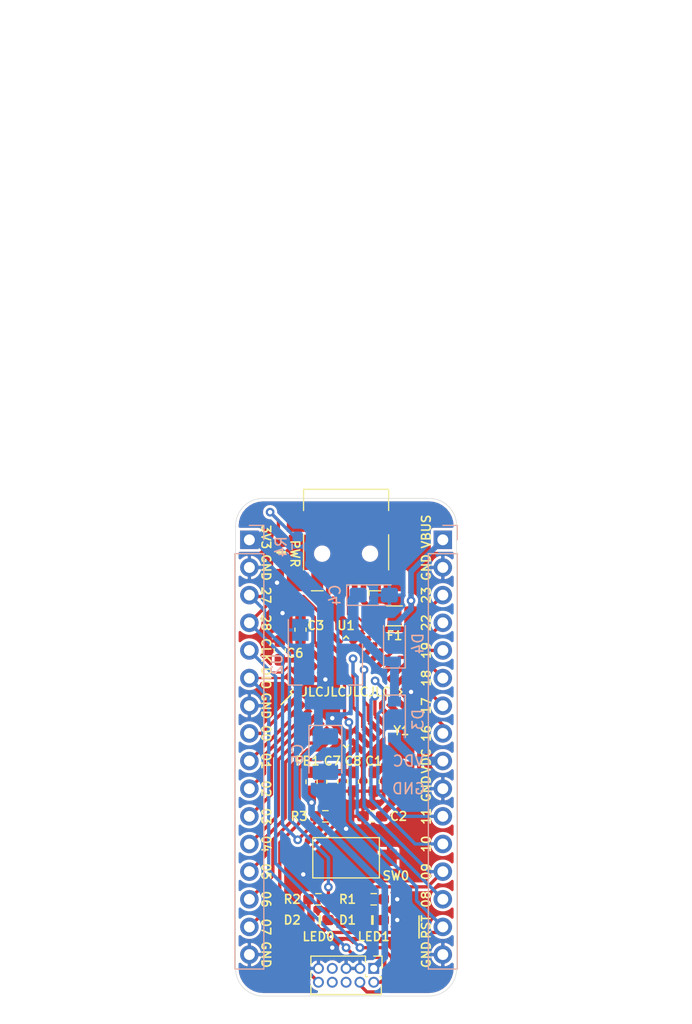
<source format=kicad_pcb>
(kicad_pcb (version 20171130) (host pcbnew "(5.1.9)-1")
  (layers (0 F.Cu signal) (31 B.Cu signal) (34 B.Paste user) (35 F.Paste user) (36 B.SilkS user) (37 F.SilkS user) (38 B.Mask user) (39 F.Mask user) (44 Edge.Cuts user))
  (net 0 "")
  (net 1 "Net-(J1-Pad6)")
  (net 2 "Net-(J1-Pad4)")
  (net 3 "Net-(J2-Pad8)")
  (net 4 "Net-(J2-Pad7)")
  (net 5 "Net-(J2-Pad6)")
  (net 6 GND)
  (net 7 "Net-(C3-Pad1)")
  (net 8 SWDIO)
  (net 9 SWCLK)
  (net 10 ~RESET)
  (net 11 +3V3)
  (net 12 +3.3VA)
  (net 13 "Net-(D1-Pad2)")
  (net 14 /PA28)
  (net 15 /PA27)
  (net 16 USB_D+)
  (net 17 USB_D-)
  (net 18 /PA23)
  (net 19 /PA22)
  (net 20 /PA19)
  (net 21 /PA18)
  (net 22 /PA17)
  (net 23 /PA16)
  (net 24 VBUS)
  (net 25 "Net-(R3-Pad2)")
  (net 26 /PA11)
  (net 27 /PA10)
  (net 28 /PA09)
  (net 29 /PA08)
  (net 30 /PA07)
  (net 31 /PA06)
  (net 32 /PA05)
  (net 33 /PA04)
  (net 34 /PA03)
  (net 35 /PA02)
  (net 36 /PA01)
  (net 37 /PA00)
  (net 38 VCC)
  (net 39 VDC)
  (net 40 "Net-(F1-Pad2)")
  (net 41 "Net-(C1-Pad1)")
  (net 42 "Net-(C2-Pad1)")
  (net 43 "Net-(D2-Pad2)")
  (net 44 "Net-(D5-Pad2)")
  (module Assorted:Crystal_SMD_Abracon_ABM3-2Pin_5.0x3.2mm (layer F.Cu) (at 195.58 102.489 90)
    (fp_text reference Y1 (at 3.683 0) (layer F.SilkS) (effects (font (size 0.8 0.8))))
    (fp_text value 8MHz)
    (pad 1 smd rect (at -2.05 0 90) (size 1.9 2.4) (layers F.Cu F.Paste F.Mask) (net 42 "Net-(C2-Pad1)"))
    (pad 2 smd rect (at 2.05 0 90) (size 1.9 2.4) (layers F.Cu F.Paste F.Mask) (net 41 "Net-(C1-Pad1)"))
  )
  (module Assorted:LED_0603_1608Metric_Pad1.05x0.95mm_HandSolder (layer F.Cu) (at 184.531 82.296 90)
    (fp_text reference D5 hide)
    (fp_text value LED)
    (pad 1 smd roundrect (at -0.875 0 90) (size 1.05 0.95) (layers F.Cu F.Paste F.Mask) (net 6 GND))
    (pad 2 smd roundrect (at 0.875 0 90) (size 1.05 0.95) (layers F.Cu F.Paste F.Mask) (net 44 "Net-(D5-Pad2)"))
  )
  (module Assorted:LED_0603_1608Metric_Pad1.05x0.95mm_HandSolder (layer F.Cu) (at 187.96 116.205 180)
    (fp_text reference D2 (at 2.413 0) (layer F.SilkS) (effects (font (size 0.8 0.8))))
    (fp_text value LED)
    (pad 1 smd roundrect (at -0.875 0 180) (size 1.05 0.95) (layers F.Cu F.Paste F.Mask) (net 6 GND))
    (pad 2 smd roundrect (at 0.875 0 180) (size 1.05 0.95) (layers F.Cu F.Paste F.Mask) (net 43 "Net-(D2-Pad2)"))
  )
  (module Assorted:LED_0603_1608Metric_Pad1.05x0.95mm_HandSolder (layer F.Cu) (at 193.04 116.205)
    (fp_text reference D1 (at -2.413 0) (layer F.SilkS) (effects (font (size 0.8 0.8))))
    (fp_text value LED)
    (pad 1 smd roundrect (at -0.875 0) (size 1.05 0.95) (layers F.Cu F.Paste F.Mask) (net 6 GND))
    (pad 2 smd roundrect (at 0.875 0) (size 1.05 0.95) (layers F.Cu F.Paste F.Mask) (net 13 "Net-(D1-Pad2)"))
  )
  (module Resistor_SMD:R_0603_1608Metric_Pad0.98x0.95mm_HandSolder (layer B.Cu) (at 186.055 81.915 90)
    (fp_text reference R4 (at 0 -1.524 90) (layer B.SilkS) (effects (justify mirror)))
    (fp_text value 1k5)
    (pad 2 smd roundrect (at 0.9125 0 90) (size 0.975 0.95) (layers B.Cu B.Paste B.Mask) (net 44 "Net-(D5-Pad2)"))
    (pad 1 smd roundrect (at -0.9125 0 90) (size 0.975 0.95) (layers B.Cu B.Paste B.Mask) (net 11 +3V3))
  )
  (module Capacitor_Tantalum_SMD:CP_EIA-3528-21_Kemet-B_Pad1.50x2.35mm_HandSolder (layer B.Cu) (at 188.595 100.965 270)
    (fp_text reference C5 (at 0 2.54 90) (layer B.SilkS) (effects (justify mirror)))
    (fp_text value "47u 10V")
    (pad 2 smd roundrect (at 1.625 0 270) (size 1.5 2.35) (layers B.Cu B.Paste B.Mask) (roundrect_rratio 0.166667) (net 6 GND))
    (pad 1 smd roundrect (at -1.625 0 270) (size 1.5 2.35) (layers B.Cu B.Paste B.Mask) (roundrect_rratio 0.166667) (net 11 +3V3))
  )
  (module Resistor_SMD:R_0603_1608Metric_Pad0.98x0.95mm_HandSolder (layer F.Cu) (at 193.04 114.3)
    (fp_text reference R1 (at -2.413 0) (layer F.SilkS) (effects (font (size 0.8 0.8))))
    (fp_text value 1k5)
    (pad 2 smd roundrect (at 0.9125 0) (size 0.975 0.95) (layers F.Cu F.Paste F.Mask) (net 13 "Net-(D1-Pad2)"))
    (pad 1 smd roundrect (at -0.9125 0) (size 0.975 0.95) (layers F.Cu F.Paste F.Mask) (net 28 /PA09))
  )
  (module Resistor_SMD:R_1206_3216Metric_Pad1.30x1.75mm_HandSolder (layer F.Cu) (at 194.945 88.265 180)
    (fp_text reference F1 (at 0 -1.82) (layer F.SilkS) (effects (font (size 0.8 0.8))))
    (fp_text value Polyfuse)
    (pad 2 smd roundrect (at 1.55 0 180) (size 1.3 1.75) (layers F.Cu F.Paste F.Mask) (roundrect_rratio 0.192308) (net 40 "Net-(F1-Pad2)"))
    (pad 1 smd roundrect (at -1.55 0 180) (size 1.3 1.75) (layers F.Cu F.Paste F.Mask) (roundrect_rratio 0.192308) (net 24 VBUS))
  )
  (module Inductor_SMD:L_0603_1608Metric_Pad1.05x0.95mm_HandSolder (layer F.Cu) (at 187.325 103.505 270)
    (fp_text reference FB1 (at -1.905 0.381 180) (layer F.SilkS) (effects (font (size 0.8 0.8))))
    (fp_text value 470R@100MHz)
    (pad 2 smd roundrect (at 0.875 0 270) (size 1.05 0.95) (layers F.Cu F.Paste F.Mask) (net 11 +3V3))
    (pad 1 smd roundrect (at -0.875 0 270) (size 1.05 0.95) (layers F.Cu F.Paste F.Mask) (net 12 +3.3VA))
  )
  (module Resistor_SMD:R_0603_1608Metric_Pad0.98x0.95mm_HandSolder (layer F.Cu) (at 188.595 106.68)
    (fp_text reference R3 (at -2.413 0) (layer F.SilkS) (effects (font (size 0.8 0.8))))
    (fp_text value 1k5)
    (pad 2 smd roundrect (at 0.9125 0) (size 0.975 0.95) (layers F.Cu F.Paste F.Mask) (net 25 "Net-(R3-Pad2)"))
    (pad 1 smd roundrect (at -0.9125 0) (size 0.975 0.95) (layers F.Cu F.Paste F.Mask) (net 14 /PA28))
  )
  (module Connector_PinHeader_2.54mm:PinHeader_1x16_P2.54mm_Vertical (layer B.Cu) (at 199.39 81.28 180)
    (fp_text reference J4 hide)
    (fp_text value Conn_01x16_Male)
    (pad 16 thru_hole oval (at 0 -38.1 180) (size 1.7 1.7) (drill 1) (layers *.Cu *.Mask) (net 6 GND))
    (pad 15 thru_hole oval (at 0 -35.56 180) (size 1.7 1.7) (drill 1) (layers *.Cu *.Mask) (net 10 ~RESET))
    (pad 14 thru_hole oval (at 0 -33.02 180) (size 1.7 1.7) (drill 1) (layers *.Cu *.Mask) (net 29 /PA08))
    (pad 13 thru_hole oval (at 0 -30.48 180) (size 1.7 1.7) (drill 1) (layers *.Cu *.Mask) (net 28 /PA09))
    (pad 12 thru_hole oval (at 0 -27.94 180) (size 1.7 1.7) (drill 1) (layers *.Cu *.Mask) (net 27 /PA10))
    (pad 11 thru_hole oval (at 0 -25.4 180) (size 1.7 1.7) (drill 1) (layers *.Cu *.Mask) (net 26 /PA11))
    (pad 10 thru_hole oval (at 0 -22.86 180) (size 1.7 1.7) (drill 1) (layers *.Cu *.Mask) (net 6 GND))
    (pad 9 thru_hole oval (at 0 -20.32 180) (size 1.7 1.7) (drill 1) (layers *.Cu *.Mask) (net 39 VDC))
    (pad 8 thru_hole oval (at 0 -17.78 180) (size 1.7 1.7) (drill 1) (layers *.Cu *.Mask) (net 23 /PA16))
    (pad 7 thru_hole oval (at 0 -15.24 180) (size 1.7 1.7) (drill 1) (layers *.Cu *.Mask) (net 22 /PA17))
    (pad 6 thru_hole oval (at 0 -12.7 180) (size 1.7 1.7) (drill 1) (layers *.Cu *.Mask) (net 21 /PA18))
    (pad 5 thru_hole oval (at 0 -10.16 180) (size 1.7 1.7) (drill 1) (layers *.Cu *.Mask) (net 20 /PA19))
    (pad 4 thru_hole oval (at 0 -7.62 180) (size 1.7 1.7) (drill 1) (layers *.Cu *.Mask) (net 19 /PA22))
    (pad 3 thru_hole oval (at 0 -5.08 180) (size 1.7 1.7) (drill 1) (layers *.Cu *.Mask) (net 18 /PA23))
    (pad 2 thru_hole oval (at 0 -2.54 180) (size 1.7 1.7) (drill 1) (layers *.Cu *.Mask) (net 6 GND))
    (pad 1 thru_hole rect (at 0 0 180) (size 1.7 1.7) (drill 1) (layers *.Cu *.Mask) (net 24 VBUS))
  )
  (module Connector_PinHeader_2.54mm:PinHeader_1x16_P2.54mm_Vertical (layer B.Cu) (at 181.61 81.28 180)
    (fp_text reference J3 hide)
    (fp_text value Conn_01x16_Male)
    (pad 16 thru_hole oval (at 0 -38.1 180) (size 1.7 1.7) (drill 1) (layers *.Cu *.Mask) (net 6 GND))
    (pad 15 thru_hole oval (at 0 -35.56 180) (size 1.7 1.7) (drill 1) (layers *.Cu *.Mask) (net 30 /PA07))
    (pad 14 thru_hole oval (at 0 -33.02 180) (size 1.7 1.7) (drill 1) (layers *.Cu *.Mask) (net 31 /PA06))
    (pad 13 thru_hole oval (at 0 -30.48 180) (size 1.7 1.7) (drill 1) (layers *.Cu *.Mask) (net 32 /PA05))
    (pad 12 thru_hole oval (at 0 -27.94 180) (size 1.7 1.7) (drill 1) (layers *.Cu *.Mask) (net 33 /PA04))
    (pad 11 thru_hole oval (at 0 -25.4 180) (size 1.7 1.7) (drill 1) (layers *.Cu *.Mask) (net 34 /PA03))
    (pad 10 thru_hole oval (at 0 -22.86 180) (size 1.7 1.7) (drill 1) (layers *.Cu *.Mask) (net 35 /PA02))
    (pad 9 thru_hole oval (at 0 -20.32 180) (size 1.7 1.7) (drill 1) (layers *.Cu *.Mask) (net 36 /PA01))
    (pad 8 thru_hole oval (at 0 -17.78 180) (size 1.7 1.7) (drill 1) (layers *.Cu *.Mask) (net 37 /PA00))
    (pad 7 thru_hole oval (at 0 -15.24 180) (size 1.7 1.7) (drill 1) (layers *.Cu *.Mask) (net 6 GND))
    (pad 6 thru_hole oval (at 0 -12.7 180) (size 1.7 1.7) (drill 1) (layers *.Cu *.Mask) (net 8 SWDIO))
    (pad 5 thru_hole oval (at 0 -10.16 180) (size 1.7 1.7) (drill 1) (layers *.Cu *.Mask) (net 9 SWCLK))
    (pad 4 thru_hole oval (at 0 -7.62 180) (size 1.7 1.7) (drill 1) (layers *.Cu *.Mask) (net 14 /PA28))
    (pad 3 thru_hole oval (at 0 -5.08 180) (size 1.7 1.7) (drill 1) (layers *.Cu *.Mask) (net 15 /PA27))
    (pad 2 thru_hole oval (at 0 -2.54 180) (size 1.7 1.7) (drill 1) (layers *.Cu *.Mask) (net 6 GND))
    (pad 1 thru_hole rect (at 0 0 180) (size 1.7 1.7) (drill 1) (layers *.Cu *.Mask) (net 11 +3V3))
  )
  (module Connector_USB:USB_Mini-B_Lumberg_2486_01_Horizontal (layer F.Cu) (at 190.5 82.55 180)
    (fp_text reference J1 hide)
    (fp_text value USB_B_Mini)
    (pad "" np_thru_hole circle (at 2.2 0 180) (size 1 1) (drill 1) (layers *.Cu *.Mask))
    (pad "" np_thru_hole circle (at -2.2 0 180) (size 1 1) (drill 1) (layers *.Cu *.Mask))
    (pad 6 smd rect (at 4.45 2.85 180) (size 2 1.7) (layers F.Cu F.Paste F.Mask) (net 1 "Net-(J1-Pad6)"))
    (pad 6 smd rect (at 4.45 -2.6 180) (size 2 1.7) (layers F.Cu F.Paste F.Mask) (net 1 "Net-(J1-Pad6)"))
    (pad 6 smd rect (at -4.45 2.85 180) (size 2 1.7) (layers F.Cu F.Paste F.Mask) (net 1 "Net-(J1-Pad6)"))
    (pad 6 smd rect (at -4.45 -2.6 180) (size 2 1.7) (layers F.Cu F.Paste F.Mask) (net 1 "Net-(J1-Pad6)"))
    (pad 5 smd rect (at 1.6 -2.7 180) (size 0.5 2) (layers F.Cu F.Paste F.Mask) (net 6 GND))
    (pad 4 smd rect (at 0.8 -2.7 180) (size 0.5 2) (layers F.Cu F.Paste F.Mask) (net 2 "Net-(J1-Pad4)"))
    (pad 3 smd rect (at 0 -2.7 180) (size 0.5 2) (layers F.Cu F.Paste F.Mask) (net 16 USB_D+))
    (pad 2 smd rect (at -0.8 -2.7 180) (size 0.5 2) (layers F.Cu F.Paste F.Mask) (net 17 USB_D-))
    (pad 1 smd rect (at -1.6 -2.7 180) (size 0.5 2) (layers F.Cu F.Paste F.Mask) (net 40 "Net-(F1-Pad2)"))
  )
  (module Package_QFP:TQFP-32_7x7mm_P0.8mm (layer F.Cu) (at 190.5 95.25 45)
    (fp_text reference U1 (at 4.310523 -4.310523) (layer F.SilkS) (effects (font (size 0.8 0.8))))
    (fp_text value ATSAMD21E17D-A)
    (pad 32 smd rect (at -2.8 -4.25 135) (size 1.6 0.55) (layers F.Cu F.Paste F.Mask) (net 8 SWDIO))
    (pad 31 smd rect (at -2 -4.25 135) (size 1.6 0.55) (layers F.Cu F.Paste F.Mask) (net 9 SWCLK))
    (pad 30 smd rect (at -1.2 -4.25 135) (size 1.6 0.55) (layers F.Cu F.Paste F.Mask) (net 11 +3V3))
    (pad 29 smd rect (at -0.4 -4.25 135) (size 1.6 0.55) (layers F.Cu F.Paste F.Mask) (net 7 "Net-(C3-Pad1)"))
    (pad 28 smd rect (at 0.4 -4.25 135) (size 1.6 0.55) (layers F.Cu F.Paste F.Mask) (net 6 GND))
    (pad 27 smd rect (at 1.2 -4.25 135) (size 1.6 0.55) (layers F.Cu F.Paste F.Mask) (net 14 /PA28))
    (pad 26 smd rect (at 2 -4.25 135) (size 1.6 0.55) (layers F.Cu F.Paste F.Mask) (net 10 ~RESET))
    (pad 25 smd rect (at 2.8 -4.25 135) (size 1.6 0.55) (layers F.Cu F.Paste F.Mask) (net 15 /PA27))
    (pad 24 smd rect (at 4.25 -2.8 45) (size 1.6 0.55) (layers F.Cu F.Paste F.Mask) (net 16 USB_D+))
    (pad 23 smd rect (at 4.25 -2 45) (size 1.6 0.55) (layers F.Cu F.Paste F.Mask) (net 17 USB_D-))
    (pad 22 smd rect (at 4.25 -1.2 45) (size 1.6 0.55) (layers F.Cu F.Paste F.Mask) (net 18 /PA23))
    (pad 21 smd rect (at 4.25 -0.4 45) (size 1.6 0.55) (layers F.Cu F.Paste F.Mask) (net 19 /PA22))
    (pad 20 smd rect (at 4.25 0.4 45) (size 1.6 0.55) (layers F.Cu F.Paste F.Mask) (net 20 /PA19))
    (pad 19 smd rect (at 4.25 1.2 45) (size 1.6 0.55) (layers F.Cu F.Paste F.Mask) (net 21 /PA18))
    (pad 18 smd rect (at 4.25 2 45) (size 1.6 0.55) (layers F.Cu F.Paste F.Mask) (net 22 /PA17))
    (pad 17 smd rect (at 4.25 2.8 45) (size 1.6 0.55) (layers F.Cu F.Paste F.Mask) (net 23 /PA16))
    (pad 16 smd rect (at 2.8 4.25 135) (size 1.6 0.55) (layers F.Cu F.Paste F.Mask) (net 42 "Net-(C2-Pad1)"))
    (pad 15 smd rect (at 2 4.25 135) (size 1.6 0.55) (layers F.Cu F.Paste F.Mask) (net 41 "Net-(C1-Pad1)"))
    (pad 14 smd rect (at 1.2 4.25 135) (size 1.6 0.55) (layers F.Cu F.Paste F.Mask) (net 26 /PA11))
    (pad 13 smd rect (at 0.4 4.25 135) (size 1.6 0.55) (layers F.Cu F.Paste F.Mask) (net 27 /PA10))
    (pad 12 smd rect (at -0.4 4.25 135) (size 1.6 0.55) (layers F.Cu F.Paste F.Mask) (net 28 /PA09))
    (pad 11 smd rect (at -1.2 4.25 135) (size 1.6 0.55) (layers F.Cu F.Paste F.Mask) (net 29 /PA08))
    (pad 10 smd rect (at -2 4.25 135) (size 1.6 0.55) (layers F.Cu F.Paste F.Mask) (net 6 GND))
    (pad 9 smd rect (at -2.8 4.25 135) (size 1.6 0.55) (layers F.Cu F.Paste F.Mask) (net 12 +3.3VA))
    (pad 8 smd rect (at -4.25 2.8 45) (size 1.6 0.55) (layers F.Cu F.Paste F.Mask) (net 30 /PA07))
    (pad 7 smd rect (at -4.25 2 45) (size 1.6 0.55) (layers F.Cu F.Paste F.Mask) (net 31 /PA06))
    (pad 6 smd rect (at -4.25 1.2 45) (size 1.6 0.55) (layers F.Cu F.Paste F.Mask) (net 32 /PA05))
    (pad 5 smd rect (at -4.25 0.4 45) (size 1.6 0.55) (layers F.Cu F.Paste F.Mask) (net 33 /PA04))
    (pad 4 smd rect (at -4.25 -0.4 45) (size 1.6 0.55) (layers F.Cu F.Paste F.Mask) (net 34 /PA03))
    (pad 3 smd rect (at -4.25 -1.2 45) (size 1.6 0.55) (layers F.Cu F.Paste F.Mask) (net 35 /PA02))
    (pad 2 smd rect (at -4.25 -2 45) (size 1.6 0.55) (layers F.Cu F.Paste F.Mask) (net 36 /PA01))
    (pad 1 smd rect (at -4.25 -2.8 45) (size 1.6 0.55) (layers F.Cu F.Paste F.Mask) (net 37 /PA00))
  )
  (module Button_Switch_SMD:SW_SPST_CK_RS282G05A3 (layer F.Cu) (at 190.5 110.49 180)
    (fp_text reference SW0 (at -4.572 -1.651) (layer F.SilkS) (effects (font (size 0.8 0.8))))
    (fp_text value SW_Push)
    (pad 2 smd rect (at 3.9 0 180) (size 1.5 1.5) (layers F.Cu F.Paste F.Mask) (net 25 "Net-(R3-Pad2)"))
    (pad 1 smd rect (at -3.9 0 180) (size 1.5 1.5) (layers F.Cu F.Paste F.Mask) (net 6 GND))
  )
  (module Capacitor_SMD:C_0603_1608Metric_Pad1.08x0.95mm_HandSolder (layer F.Cu) (at 184.404 91.44 90)
    (fp_text reference C6 (at -0.254 1.397) (layer F.SilkS) (effects (font (size 0.8 0.8))))
    (fp_text value 100n)
    (pad 2 smd roundrect (at 0.8625 0 90) (size 1.075 0.95) (layers F.Cu F.Paste F.Mask) (net 6 GND))
    (pad 1 smd roundrect (at -0.8625 0 90) (size 1.075 0.95) (layers F.Cu F.Paste F.Mask) (net 11 +3V3))
  )
  (module Resistor_SMD:R_0603_1608Metric_Pad0.98x0.95mm_HandSolder (layer F.Cu) (at 187.96 114.3 180)
    (fp_text reference R2 (at 2.413 0) (layer F.SilkS) (effects (font (size 0.8 0.8))))
    (fp_text value 1k5)
    (pad 2 smd roundrect (at 0.9125 0 180) (size 0.975 0.95) (layers F.Cu F.Paste F.Mask) (net 43 "Net-(D2-Pad2)"))
    (pad 1 smd roundrect (at -0.9125 0 180) (size 0.975 0.95) (layers F.Cu F.Paste F.Mask) (net 15 /PA27))
  )
  (module Capacitor_SMD:C_0603_1608Metric_Pad1.08x0.95mm_HandSolder (layer F.Cu) (at 186.309 89.535 90)
    (fp_text reference C3 (at 0.381 1.397) (layer F.SilkS) (effects (font (size 0.8 0.8))))
    (fp_text value 1u)
    (pad 2 smd roundrect (at 0.8625 0 90) (size 1.075 0.95) (layers F.Cu F.Paste F.Mask) (net 6 GND))
    (pad 1 smd roundrect (at -0.8625 0 90) (size 1.075 0.95) (layers F.Cu F.Paste F.Mask) (net 7 "Net-(C3-Pad1)"))
  )
  (module Capacitor_Tantalum_SMD:CP_EIA-3216-18_Kemet-A_Pad1.58x1.35mm_HandSolder (layer B.Cu) (at 193.04 86.36)
    (fp_text reference C4 (at -3.556 0 90) (layer B.SilkS) (effects (justify mirror)))
    (fp_text value "10u 16V")
    (pad 1 smd roundrect (at -1.4375 0) (size 1.575 1.35) (layers B.Cu B.Paste B.Mask) (roundrect_rratio 0.185185) (net 38 VCC))
    (pad 2 smd roundrect (at 1.4375 0) (size 1.575 1.35) (layers B.Cu B.Paste B.Mask) (roundrect_rratio 0.185185) (net 6 GND))
  )
  (module Diode_SMD:D_SOD-123 (layer B.Cu) (at 194.945 90.805 90)
    (fp_text reference D4 (at 0 2.159 90) (layer B.SilkS) (effects (justify mirror)))
    (fp_text value D_Schottky)
    (pad 2 smd rect (at 1.65 0 90) (size 0.9 1.2) (layers B.Cu B.Paste B.Mask) (net 24 VBUS))
    (pad 1 smd rect (at -1.65 0 90) (size 0.9 1.2) (layers B.Cu B.Paste B.Mask) (net 38 VCC))
  )
  (module Diode_SMD:D_SOD-123 (layer B.Cu) (at 194.945 97.79 270)
    (fp_text reference D3 (at 0 -2.159 90) (layer B.SilkS) (effects (justify mirror)))
    (fp_text value D_Schottky)
    (pad 2 smd rect (at 1.65 0 270) (size 0.9 1.2) (layers B.Cu B.Paste B.Mask) (net 39 VDC))
    (pad 1 smd rect (at -1.65 0 270) (size 0.9 1.2) (layers B.Cu B.Paste B.Mask) (net 38 VCC))
  )
  (module Package_TO_SOT_SMD:SOT-223-3_TabPin2 (layer B.Cu) (at 188.595 92.71 270)
    (fp_text reference U2 (at 0 4.445 270) (layer B.SilkS) (effects (justify mirror)))
    (fp_text value AZ1117-3.3)
    (pad 1 smd rect (at -3.15 2.3 270) (size 2 1.5) (layers B.Cu B.Paste B.Mask) (net 6 GND))
    (pad 3 smd rect (at -3.15 -2.3 270) (size 2 1.5) (layers B.Cu B.Paste B.Mask) (net 38 VCC))
    (pad 2 smd rect (at -3.15 0 270) (size 2 1.5) (layers B.Cu B.Paste B.Mask) (net 11 +3V3))
    (pad 2 smd rect (at 3.15 0 270) (size 2 3.8) (layers B.Cu B.Paste B.Mask) (net 11 +3V3))
  )
  (module Capacitor_SMD:C_0603_1608Metric_Pad1.08x0.95mm_HandSolder (layer F.Cu) (at 191.135 103.505 270)
    (fp_text reference C8 (at -1.905 0) (layer F.SilkS) (effects (font (size 0.8 0.8))))
    (fp_text value 1u)
    (pad 2 smd roundrect (at 0.8625 0 270) (size 1.075 0.95) (layers F.Cu F.Paste F.Mask) (net 6 GND))
    (pad 1 smd roundrect (at -0.8625 0 270) (size 1.075 0.95) (layers F.Cu F.Paste F.Mask) (net 12 +3.3VA))
  )
  (module Capacitor_SMD:C_0603_1608Metric_Pad1.08x0.95mm_HandSolder (layer F.Cu) (at 192.913 106.68 180)
    (fp_text reference C2 (at -2.413 0) (layer F.SilkS) (effects (font (size 0.8 0.8))))
    (fp_text value 22p)
    (pad 2 smd roundrect (at 0.8625 0 180) (size 1.075 0.95) (layers F.Cu F.Paste F.Mask) (net 6 GND))
    (pad 1 smd roundrect (at -0.8625 0 180) (size 1.075 0.95) (layers F.Cu F.Paste F.Mask) (net 42 "Net-(C2-Pad1)"))
  )
  (module Capacitor_SMD:C_0603_1608Metric_Pad1.08x0.95mm_HandSolder (layer F.Cu) (at 189.23 103.505 270)
    (fp_text reference C7 (at -1.905 0 180) (layer F.SilkS) (effects (font (size 0.8 0.8))))
    (fp_text value 100n)
    (pad 2 smd roundrect (at 0.8625 0 270) (size 1.075 0.95) (layers F.Cu F.Paste F.Mask) (net 6 GND))
    (pad 1 smd roundrect (at -0.8625 0 270) (size 1.075 0.95) (layers F.Cu F.Paste F.Mask) (net 12 +3.3VA))
  )
  (module Capacitor_SMD:C_0603_1608Metric_Pad1.08x0.95mm_HandSolder (layer F.Cu) (at 193.04 103.505 270)
    (fp_text reference C1 (at -1.905 0 180) (layer F.SilkS) (effects (font (size 0.8 0.8))))
    (fp_text value 22p)
    (pad 2 smd roundrect (at 0.8625 0 270) (size 1.075 0.95) (layers F.Cu F.Paste F.Mask) (net 6 GND))
    (pad 1 smd roundrect (at -0.8625 0 270) (size 1.075 0.95) (layers F.Cu F.Paste F.Mask) (net 41 "Net-(C1-Pad1)"))
  )
  (module Assorted:Template_Breadboard (layer F.Cu) (at 176.53 38.1)
    (fp_text reference N1 hide)
    (fp_text value Housing hide)
  )
  (module Connector_PinHeader_1.27mm:PinHeader_2x05_P1.27mm_Vertical (layer F.Cu) (at 193.04 120.65 270)
    (fp_text reference J2 hide)
    (fp_text value Conn_ARM_JTAG_SWD_10)
    (pad 10 thru_hole oval (at 1.27 5.08 270) (size 1 1) (drill 0.65) (layers *.Cu *.Mask) (net 10 ~RESET))
    (pad 9 thru_hole oval (at 0 5.08 270) (size 1 1) (drill 0.65) (layers *.Cu *.Mask) (net 6 GND))
    (pad 8 thru_hole oval (at 1.27 3.81 270) (size 1 1) (drill 0.65) (layers *.Cu *.Mask) (net 3 "Net-(J2-Pad8)"))
    (pad 7 thru_hole oval (at 0 3.81 270) (size 1 1) (drill 0.65) (layers *.Cu *.Mask) (net 4 "Net-(J2-Pad7)"))
    (pad 6 thru_hole oval (at 1.27 2.54 270) (size 1 1) (drill 0.65) (layers *.Cu *.Mask) (net 5 "Net-(J2-Pad6)"))
    (pad 5 thru_hole oval (at 0 2.54 270) (size 1 1) (drill 0.65) (layers *.Cu *.Mask) (net 6 GND))
    (pad 4 thru_hole oval (at 1.27 1.27 270) (size 1 1) (drill 0.65) (layers *.Cu *.Mask) (net 9 SWCLK))
    (pad 3 thru_hole oval (at 0 1.27 270) (size 1 1) (drill 0.65) (layers *.Cu *.Mask) (net 6 GND))
    (pad 2 thru_hole oval (at 1.27 0 270) (size 1 1) (drill 0.65) (layers *.Cu *.Mask) (net 8 SWDIO))
    (pad 1 thru_hole rect (at 0 0 270) (size 1 1) (drill 0.65) (layers *.Cu *.Mask) (net 11 +3V3))
  )
  (gr_text VDC (at 197.866 101.6 90) (layer F.SilkS) (effects (font (size 0.8 0.8))))
  (gr_text GND (at 197.866 104.14 90) (layer F.SilkS) (effects (font (size 0.8 0.8))))
  (gr_text LED1 (at 193.04 117.729) (layer F.SilkS) (effects (font (size 0.8 0.8))))
  (gr_text LED0 (at 187.96 117.729) (layer F.SilkS) (effects (font (size 0.8 0.8))))
  (gr_text PWR (at 185.801 82.55 270) (layer F.SilkS) (effects (font (size 0.8 0.8))))
  (gr_text JLCJLCJLCJLC (at 190.5 95.25) (layer F.SilkS) (effects (font (size 0.8 0.8))))
  (gr_text GND (at 197.866 104.14) (layer B.SilkS) (effects (font (size 1 1)) (justify left mirror)))
  (gr_text VDC (at 197.739 101.6) (layer B.SilkS) (effects (font (size 1 1)) (justify left mirror)))
  (gr_text 3V3 (at 183.134 81.026 270) (layer F.SilkS) (effects (font (size 0.8 0.8))))
  (gr_text GND (at 183.134 83.82 270) (layer F.SilkS) (effects (font (size 0.8 0.8))))
  (gr_text 27 (at 183.134 86.36 270) (layer F.SilkS) (effects (font (size 0.8 0.8))))
  (gr_text 28 (at 183.134 88.9 270) (layer F.SilkS) (effects (font (size 0.8 0.8))))
  (gr_text CLK (at 183.134 91.44 270) (layer F.SilkS) (effects (font (size 0.8 0.8))))
  (gr_text DIO (at 183.134 93.98 270) (layer F.SilkS) (effects (font (size 0.8 0.8))))
  (gr_text GND (at 183.134 96.52 270) (layer F.SilkS) (effects (font (size 0.8 0.8))))
  (gr_text 00 (at 183.134 99.06 270) (layer F.SilkS) (effects (font (size 0.8 0.8))))
  (gr_text 01 (at 183.134 101.6 270) (layer F.SilkS) (effects (font (size 0.8 0.8))))
  (gr_text 02 (at 183.134 104.14 270) (layer F.SilkS) (effects (font (size 0.8 0.8))))
  (gr_text 03 (at 183.134 106.68 270) (layer F.SilkS) (effects (font (size 0.8 0.8))))
  (gr_text 04 (at 183.134 109.22 270) (layer F.SilkS) (effects (font (size 0.8 0.8))))
  (gr_text 05 (at 183.134 111.76 270) (layer F.SilkS) (effects (font (size 0.8 0.8))))
  (gr_text 06 (at 183.134 114.3 270) (layer F.SilkS) (effects (font (size 0.8 0.8))))
  (gr_text 07 (at 183.134 116.84 270) (layer F.SilkS) (effects (font (size 0.8 0.8))))
  (gr_text GND (at 183.134 119.38 270) (layer F.SilkS) (effects (font (size 0.8 0.8))))
  (gr_text GND (at 197.866 119.38 90) (layer F.SilkS) (effects (font (size 0.8 0.8))))
  (gr_text ~RST (at 197.866 116.84 90) (layer F.SilkS) (effects (font (size 0.8 0.8))))
  (gr_text 08 (at 197.866 114.3 90) (layer F.SilkS) (effects (font (size 0.8 0.8))))
  (gr_text 09 (at 197.866 111.76 90) (layer F.SilkS) (effects (font (size 0.8 0.8))))
  (gr_text 10 (at 197.866 109.22 90) (layer F.SilkS) (effects (font (size 0.8 0.8))))
  (gr_text 11 (at 197.866 106.68 90) (layer F.SilkS) (effects (font (size 0.8 0.8))))
  (gr_text 16 (at 197.866 99.06 90) (layer F.SilkS) (effects (font (size 0.8 0.8))))
  (gr_text 17 (at 197.866 96.52 90) (layer F.SilkS) (effects (font (size 0.8 0.8))))
  (gr_text 18 (at 197.866 93.98 90) (layer F.SilkS) (effects (font (size 0.8 0.8))))
  (gr_text 19 (at 197.866 91.44 90) (layer F.SilkS) (effects (font (size 0.8 0.8))))
  (gr_text 22 (at 197.866 88.9 90) (layer F.SilkS) (effects (font (size 0.8 0.8))))
  (gr_text 23 (at 197.866 86.36 90) (layer F.SilkS) (effects (font (size 0.8 0.8))))
  (gr_text GND (at 197.866 83.82 90) (layer F.SilkS) (effects (font (size 0.8 0.8))))
  (gr_text VBUS (at 197.866 80.518 90) (layer F.SilkS) (effects (font (size 0.8 0.8))))
  (gr_arc (start 198.12 120.65) (end 198.12 123.19) (angle -90) (layer Edge.Cuts) (width 0.05))
  (gr_arc (start 182.88 120.65) (end 180.34 120.65) (angle -90) (layer Edge.Cuts) (width 0.05))
  (gr_arc (start 182.88 80.01) (end 182.88 77.47) (angle -90) (layer Edge.Cuts) (width 0.05))
  (gr_arc (start 198.12 80.01) (end 200.66 80.01) (angle -90) (layer Edge.Cuts) (width 0.05))
  (gr_line (start 180.34 120.65) (end 180.34 80.01) (layer Edge.Cuts) (width 0.05))
  (gr_line (start 198.12 123.19) (end 182.88 123.19) (layer Edge.Cuts) (width 0.05))
  (gr_line (start 200.66 80.01) (end 200.66 120.65) (layer Edge.Cuts) (width 0.05))
  (gr_line (start 182.88 77.47) (end 198.12 77.47) (layer Edge.Cuts) (width 0.05))
  (via (at 189.23 97.663) (size 0.8) (drill 0.4) (layers F.Cu B.Cu) (net 6))
  (via (at 189.23 118.745) (size 0.8) (drill 0.4) (layers F.Cu B.Cu) (net 6))
  (segment (start 192.165 116.205) (end 192.1275 116.1675) (width 0.3048) (layer F.Cu) (net 6))
  (via (at 184.658 88.011) (size 0.8) (drill 0.4) (layers F.Cu B.Cu) (net 6))
  (via (at 184.15 85.217) (size 0.8) (drill 0.4) (layers F.Cu B.Cu) (net 6))
  (via (at 186.563 112.014) (size 0.8) (drill 0.4) (layers F.Cu B.Cu) (net 6))
  (via (at 190.5 107.823) (size 0.8) (drill 0.4) (layers F.Cu B.Cu) (net 6))
  (via (at 195.199 114.3) (size 0.8) (drill 0.4) (layers F.Cu B.Cu) (net 6))
  (via (at 196.469 95.25) (size 0.8) (drill 0.4) (layers F.Cu B.Cu) (net 6))
  (via (at 195.199 116.205) (size 0.8) (drill 0.4) (layers F.Cu B.Cu) (net 6))
  (segment (start 186.309 91.624686) (end 186.309 90.3975) (width 0.508) (layer F.Cu) (net 7))
  (segment (start 187.211953 92.527639) (end 186.309 91.624686) (width 0.508) (layer F.Cu) (net 7))
  (segment (start 190.5 118.872) (end 190.5 118.872) (width 0.3048) (layer B.Cu) (net 8))
  (via (at 190.5 118.745) (size 0.8) (drill 0.4) (layers F.Cu B.Cu) (net 8))
  (segment (start 181.61 93.98) (end 183.388 95.758) (width 0.3048) (layer B.Cu) (net 8))
  (segment (start 183.388 95.758) (end 183.388 111.633) (width 0.3048) (layer B.Cu) (net 8))
  (segment (start 183.388 111.633) (end 190.5 118.745) (width 0.3048) (layer B.Cu) (net 8))
  (segment (start 191.389 119.634) (end 190.5 118.745) (width 0.3048) (layer F.Cu) (net 8))
  (segment (start 193.802 119.634) (end 191.389 119.634) (width 0.3048) (layer F.Cu) (net 8))
  (segment (start 194.056 121.539) (end 194.056 119.888) (width 0.3048) (layer F.Cu) (net 8))
  (segment (start 193.675 121.92) (end 194.056 121.539) (width 0.3048) (layer F.Cu) (net 8))
  (segment (start 194.056 119.888) (end 193.802 119.634) (width 0.3048) (layer F.Cu) (net 8))
  (segment (start 193.04 121.92) (end 193.675 121.92) (width 0.3048) (layer F.Cu) (net 8))
  (segment (start 185.270202 93.98) (end 185.514897 94.224695) (width 0.2032) (layer F.Cu) (net 8))
  (segment (start 181.61 93.98) (end 185.270202 93.98) (width 0.2032) (layer F.Cu) (net 8))
  (segment (start 184.023 110.998) (end 191.77 118.745) (width 0.3048) (layer B.Cu) (net 9))
  (segment (start 184.023 93.853) (end 184.023 110.998) (width 0.3048) (layer B.Cu) (net 9))
  (segment (start 181.61 91.44) (end 184.023 93.853) (width 0.3048) (layer B.Cu) (net 9))
  (via (at 191.77 118.745) (size 0.8) (drill 0.4) (layers F.Cu B.Cu) (net 9))
  (segment (start 191.77 122.174) (end 191.77 121.92) (width 0.3048) (layer F.Cu) (net 9))
  (segment (start 192.405 122.809) (end 191.77 122.174) (width 0.3048) (layer F.Cu) (net 9))
  (segment (start 193.675 122.809) (end 192.405 122.809) (width 0.3048) (layer F.Cu) (net 9))
  (segment (start 194.691 121.793) (end 193.675 122.809) (width 0.3048) (layer F.Cu) (net 9))
  (segment (start 194.691 119.634) (end 194.691 121.793) (width 0.3048) (layer F.Cu) (net 9))
  (segment (start 193.802 118.745) (end 194.691 119.634) (width 0.3048) (layer F.Cu) (net 9))
  (segment (start 191.77 118.745) (end 193.802 118.745) (width 0.3048) (layer F.Cu) (net 9))
  (segment (start 186.080583 93.65901) (end 185.385573 92.964) (width 0.2032) (layer F.Cu) (net 9))
  (segment (start 185.13425 92.964) (end 185.385573 92.964) (width 0.2032) (layer F.Cu) (net 9))
  (segment (start 185.13425 92.964) (end 184.62625 93.472) (width 0.2032) (layer F.Cu) (net 9))
  (segment (start 183.642 93.472) (end 181.61 91.44) (width 0.2032) (layer F.Cu) (net 9))
  (segment (start 184.62625 93.472) (end 183.642 93.472) (width 0.2032) (layer F.Cu) (net 9))
  (segment (start 190.354001 97.517001) (end 190.754 97.917) (width 0.3048) (layer F.Cu) (net 10))
  (segment (start 190.354001 92.275574) (end 190.354001 97.517001) (width 0.3048) (layer F.Cu) (net 10))
  (segment (start 188.90901 90.830583) (end 190.354001 92.275574) (width 0.3048) (layer F.Cu) (net 10))
  (via (at 190.754 98.044) (size 0.8) (drill 0.4) (layers F.Cu B.Cu) (net 10))
  (segment (start 190.881 98.044) (end 190.754 97.917) (width 0.3048) (layer B.Cu) (net 10))
  (segment (start 190.881 107.061) (end 190.881 98.044) (width 0.3048) (layer B.Cu) (net 10))
  (segment (start 196.977 113.157) (end 190.881 107.061) (width 0.3048) (layer B.Cu) (net 10))
  (segment (start 196.977 114.427) (end 196.977 113.157) (width 0.3048) (layer B.Cu) (net 10))
  (segment (start 199.39 116.84) (end 196.977 114.427) (width 0.3048) (layer B.Cu) (net 10))
  (segment (start 187.071 121.031) (end 187.96 121.92) (width 0.3048) (layer F.Cu) (net 10))
  (segment (start 187.071 119.38) (end 187.071 121.031) (width 0.3048) (layer F.Cu) (net 10))
  (segment (start 189.103 117.348) (end 187.071 119.38) (width 0.3048) (layer F.Cu) (net 10))
  (segment (start 198.882 117.348) (end 189.103 117.348) (width 0.3048) (layer F.Cu) (net 10))
  (segment (start 199.39 116.84) (end 198.882 117.348) (width 0.3048) (layer F.Cu) (net 10))
  (via (at 188.595 94.106986) (size 0.8) (drill 0.4) (layers F.Cu B.Cu) (net 11))
  (segment (start 186.646268 93.093324) (end 187.65993 94.106986) (width 0.508) (layer F.Cu) (net 11))
  (segment (start 187.65993 94.106986) (end 188.029315 94.106986) (width 0.508) (layer F.Cu) (net 11))
  (segment (start 188.029315 94.106986) (end 188.595 94.106986) (width 0.508) (layer F.Cu) (net 11))
  (segment (start 181.864 81.28) (end 181.61 81.28) (width 0.8128) (layer B.Cu) (net 11))
  (segment (start 188.595 89.56) (end 188.595 95.86) (width 1.524) (layer B.Cu) (net 11))
  (segment (start 187.324996 105.41) (end 187.325 105.409996) (width 0.8128) (layer F.Cu) (net 11))
  (segment (start 187.324996 104.380004) (end 187.325 104.38) (width 0.8128) (layer F.Cu) (net 11))
  (segment (start 187.324996 105.41) (end 187.324996 104.380004) (width 0.8128) (layer F.Cu) (net 11))
  (segment (start 188.595 89.56) (end 188.595 87.036) (width 1.524) (layer B.Cu) (net 11))
  (segment (start 182.839 81.28) (end 181.61 81.28) (width 1.524) (layer B.Cu) (net 11))
  (segment (start 187.96 96.495) (end 188.595 95.86) (width 0.8128) (layer B.Cu) (net 11))
  (segment (start 187.96 98.8925) (end 187.96 96.495) (width 0.8128) (layer B.Cu) (net 11))
  (segment (start 188.595 99.5275) (end 187.96 98.8925) (width 0.8128) (layer B.Cu) (net 11))
  (via (at 187.325 105.41) (size 0.8) (drill 0.4) (layers F.Cu B.Cu) (net 11))
  (segment (start 185.855444 92.3025) (end 184.404 92.3025) (width 0.508) (layer F.Cu) (net 11))
  (segment (start 186.646268 93.093324) (end 185.855444 92.3025) (width 0.508) (layer F.Cu) (net 11))
  (segment (start 186.69 104.775) (end 187.325 105.41) (width 0.6096) (layer B.Cu) (net 11))
  (segment (start 186.69 101.245) (end 186.69 104.775) (width 0.6096) (layer B.Cu) (net 11))
  (segment (start 188.595 99.34) (end 186.69 101.245) (width 0.6096) (layer B.Cu) (net 11))
  (segment (start 194.056 119.634) (end 193.04 120.65) (width 0.6096) (layer B.Cu) (net 11))
  (segment (start 194.056 113.157) (end 194.056 119.634) (width 0.6096) (layer B.Cu) (net 11))
  (segment (start 187.325 106.426) (end 194.056 113.157) (width 0.6096) (layer B.Cu) (net 11))
  (segment (start 187.325 105.41) (end 187.325 106.426) (width 0.6096) (layer B.Cu) (net 11))
  (segment (start 185.42 83.861) (end 186.0345 84.4755) (width 0.8128) (layer B.Cu) (net 11))
  (segment (start 186.0345 84.4755) (end 182.839 81.28) (width 1.524) (layer B.Cu) (net 11))
  (segment (start 188.595 87.036) (end 186.0345 84.4755) (width 1.524) (layer B.Cu) (net 11))
  (segment (start 186.055 84.455) (end 186.0345 84.4755) (width 0.8128) (layer B.Cu) (net 11))
  (segment (start 186.055 82.8275) (end 186.055 84.455) (width 0.8128) (layer B.Cu) (net 11))
  (segment (start 189.2175 102.63) (end 189.23 102.6425) (width 0.6096) (layer F.Cu) (net 12))
  (segment (start 187.325 102.63) (end 189.2175 102.63) (width 0.6096) (layer F.Cu) (net 12))
  (segment (start 191.135 102.6425) (end 190.0925 102.6425) (width 0.6096) (layer F.Cu) (net 12))
  (segment (start 190.0925 102.6425) (end 189.23 102.6425) (width 0.6096) (layer F.Cu) (net 12))
  (segment (start 190.266704 101.493704) (end 191.525305 100.235103) (width 0.508) (layer F.Cu) (net 12))
  (segment (start 190.266704 102.468296) (end 190.266704 101.493704) (width 0.508) (layer F.Cu) (net 12))
  (segment (start 190.0925 102.6425) (end 190.266704 102.468296) (width 0.508) (layer F.Cu) (net 12))
  (segment (start 193.915 114.3375) (end 193.9525 114.3) (width 0.3048) (layer F.Cu) (net 13))
  (segment (start 193.915 116.205) (end 193.915 114.3375) (width 0.3048) (layer F.Cu) (net 13))
  (via (at 186.055 108.839) (size 0.8) (drill 0.4) (layers F.Cu B.Cu) (net 14))
  (segment (start 184.658 91.948) (end 184.658 107.442) (width 0.3048) (layer B.Cu) (net 14))
  (segment (start 181.61 88.9) (end 184.658 91.948) (width 0.3048) (layer B.Cu) (net 14))
  (segment (start 184.658 107.442) (end 186.055 108.839) (width 0.3048) (layer B.Cu) (net 14))
  (segment (start 187.6825 106.68) (end 187.6825 107.2115) (width 0.3048) (layer F.Cu) (net 14))
  (segment (start 187.6825 107.2115) (end 186.055 108.839) (width 0.3048) (layer F.Cu) (net 14))
  (segment (start 186.309 87.122) (end 183.388 87.122) (width 0.3048) (layer F.Cu) (net 14))
  (segment (start 183.388 87.122) (end 181.61 88.9) (width 0.3048) (layer F.Cu) (net 14))
  (segment (start 187.579 88.392) (end 186.309 87.122) (width 0.3048) (layer F.Cu) (net 14))
  (segment (start 187.579 90.631944) (end 187.579 88.392) (width 0.3048) (layer F.Cu) (net 14))
  (segment (start 188.343324 91.396268) (end 187.579 90.631944) (width 0.3048) (layer F.Cu) (net 14))
  (via (at 188.8725 113.180502) (size 0.8) (drill 0.4) (layers F.Cu B.Cu) (net 15))
  (segment (start 185.293 91.694) (end 185.293 106.934) (width 0.3048) (layer B.Cu) (net 15))
  (segment (start 188.8725 114.3) (end 188.8725 113.180502) (width 0.3048) (layer F.Cu) (net 15))
  (segment (start 181.61 86.36) (end 183.007 87.757) (width 0.3048) (layer B.Cu) (net 15))
  (segment (start 183.007 87.757) (end 183.007 89.408) (width 0.3048) (layer B.Cu) (net 15))
  (segment (start 183.007 89.408) (end 185.293 91.694) (width 0.3048) (layer B.Cu) (net 15))
  (segment (start 185.293 106.934) (end 188.8725 110.5135) (width 0.3048) (layer B.Cu) (net 15))
  (segment (start 188.8725 110.5135) (end 188.8725 113.180502) (width 0.3048) (layer B.Cu) (net 15))
  (segment (start 181.737 86.487) (end 181.61 86.36) (width 0.3048) (layer F.Cu) (net 15))
  (segment (start 186.563 86.487) (end 181.737 86.487) (width 0.3048) (layer F.Cu) (net 15))
  (segment (start 189.103 89.027) (end 186.563 86.487) (width 0.3048) (layer F.Cu) (net 15))
  (segment (start 189.103 89.893202) (end 189.103 89.027) (width 0.3048) (layer F.Cu) (net 15))
  (segment (start 189.474695 90.264897) (end 189.103 89.893202) (width 0.3048) (layer F.Cu) (net 15))
  (segment (start 190.5 85.72) (end 190.597999 85.72) (width 0.254) (layer F.Cu) (net 16))
  (segment (start 192.024 89.766202) (end 191.525305 90.264897) (width 0.2) (layer F.Cu) (net 16))
  (segment (start 192.024 89.4722) (end 192.024 89.766202) (width 0.2) (layer F.Cu) (net 16))
  (segment (start 190.675 88.1232) (end 192.024 89.4722) (width 0.2) (layer F.Cu) (net 16))
  (segment (start 190.675 85.425) (end 190.675 88.1232) (width 0.2) (layer F.Cu) (net 16))
  (segment (start 190.5 85.25) (end 190.675 85.425) (width 0.2) (layer F.Cu) (net 16))
  (segment (start 192.659 89.4708) (end 192.659 90.262573) (width 0.2) (layer F.Cu) (net 17))
  (segment (start 192.659 90.262573) (end 192.09099 90.830583) (width 0.2) (layer F.Cu) (net 17))
  (segment (start 191.125 87.9368) (end 192.659 89.4708) (width 0.2) (layer F.Cu) (net 17))
  (segment (start 191.125 85.425) (end 191.125 87.9368) (width 0.2) (layer F.Cu) (net 17))
  (segment (start 191.3 85.25) (end 191.125 85.425) (width 0.2) (layer F.Cu) (net 17))
  (segment (start 197.866 87.884) (end 199.39 86.36) (width 0.3048) (layer F.Cu) (net 18))
  (segment (start 197.866 89.408) (end 197.866 87.884) (width 0.3048) (layer F.Cu) (net 18))
  (segment (start 197.104 90.17) (end 197.866 89.408) (width 0.3048) (layer F.Cu) (net 18))
  (segment (start 193.882944 90.17) (end 197.104 90.17) (width 0.3048) (layer F.Cu) (net 18))
  (segment (start 192.656676 91.396268) (end 193.882944 90.17) (width 0.3048) (layer F.Cu) (net 18))
  (segment (start 197.485 90.805) (end 199.39 88.9) (width 0.3048) (layer F.Cu) (net 19))
  (segment (start 194.379314 90.805) (end 197.485 90.805) (width 0.3048) (layer F.Cu) (net 19))
  (segment (start 193.222361 91.961953) (end 194.379314 90.805) (width 0.3048) (layer F.Cu) (net 19))
  (segment (start 194.875686 91.44) (end 193.788047 92.527639) (width 0.3048) (layer F.Cu) (net 20))
  (segment (start 199.39 91.44) (end 194.875686 91.44) (width 0.3048) (layer F.Cu) (net 20))
  (segment (start 195.372056 92.075) (end 194.353732 93.093324) (width 0.3048) (layer F.Cu) (net 21))
  (segment (start 197.485 92.075) (end 195.372056 92.075) (width 0.3048) (layer F.Cu) (net 21))
  (segment (start 199.39 93.98) (end 197.485 92.075) (width 0.3048) (layer F.Cu) (net 21))
  (segment (start 195.868427 92.71) (end 194.919417 93.65901) (width 0.3048) (layer F.Cu) (net 22))
  (segment (start 197.231 92.71) (end 195.868427 92.71) (width 0.3048) (layer F.Cu) (net 22))
  (segment (start 197.866 93.345) (end 197.231 92.71) (width 0.3048) (layer F.Cu) (net 22))
  (segment (start 197.866 94.996) (end 197.866 93.345) (width 0.3048) (layer F.Cu) (net 22))
  (segment (start 199.39 96.52) (end 197.866 94.996) (width 0.3048) (layer F.Cu) (net 22))
  (segment (start 199.39 98.298) (end 199.39 99.06) (width 0.3048) (layer F.Cu) (net 23))
  (segment (start 197.231 96.139) (end 199.39 98.298) (width 0.3048) (layer F.Cu) (net 23))
  (segment (start 197.231 93.599) (end 197.231 96.139) (width 0.3048) (layer F.Cu) (net 23))
  (segment (start 196.977 93.345) (end 197.231 93.599) (width 0.3048) (layer F.Cu) (net 23))
  (segment (start 196.342 93.345) (end 196.977 93.345) (width 0.3048) (layer F.Cu) (net 23))
  (segment (start 195.485103 94.201897) (end 196.342 93.345) (width 0.3048) (layer F.Cu) (net 23))
  (segment (start 195.485103 94.224695) (end 195.485103 94.201897) (width 0.3048) (layer F.Cu) (net 23))
  (via (at 196.469 86.868) (size 0.8) (drill 0.4) (layers F.Cu B.Cu) (net 24))
  (segment (start 199.39 81.28) (end 196.469 84.201) (width 0.508) (layer B.Cu) (net 24))
  (segment (start 196.469 84.201) (end 196.469 86.868) (width 0.508) (layer B.Cu) (net 24))
  (segment (start 196.495 88.265) (end 196.495 86.894) (width 0.508) (layer F.Cu) (net 24))
  (segment (start 196.495 86.894) (end 196.469 86.868) (width 0.508) (layer F.Cu) (net 24))
  (segment (start 196.469 87.63) (end 196.469 86.868) (width 0.508) (layer B.Cu) (net 24))
  (segment (start 194.945 89.154) (end 196.469 87.63) (width 0.508) (layer B.Cu) (net 24))
  (segment (start 194.945 89.155) (end 194.945 89.154) (width 0.508) (layer B.Cu) (net 24))
  (segment (start 189.5075 107.4185) (end 189.5075 106.68) (width 0.3048) (layer F.Cu) (net 25))
  (segment (start 186.6 110.326) (end 189.5075 107.4185) (width 0.3048) (layer F.Cu) (net 25))
  (segment (start 186.6 110.49) (end 186.6 110.326) (width 0.3048) (layer F.Cu) (net 25))
  (via (at 193.167 94.234) (size 0.8) (drill 0.4) (layers F.Cu B.Cu) (net 26))
  (segment (start 194.056 95.916325) (end 194.056 95.123) (width 0.3048) (layer F.Cu) (net 26))
  (segment (start 193.675 96.297325) (end 194.056 95.916325) (width 0.3048) (layer F.Cu) (net 26))
  (segment (start 193.675 96.774) (end 193.675 96.297325) (width 0.3048) (layer F.Cu) (net 26))
  (segment (start 194.009944 97.108944) (end 193.675 96.774) (width 0.3048) (layer F.Cu) (net 26))
  (segment (start 194.056 95.123) (end 193.167 94.234) (width 0.3048) (layer F.Cu) (net 26))
  (segment (start 194.056 97.108944) (end 194.009944 97.108944) (width 0.3048) (layer F.Cu) (net 26))
  (segment (start 194.353732 97.406676) (end 194.056 97.108944) (width 0.3048) (layer F.Cu) (net 26))
  (segment (start 193.929 94.996) (end 193.167 94.234) (width 0.3048) (layer B.Cu) (net 26))
  (segment (start 193.929 96.774) (end 193.929 94.996) (width 0.3048) (layer B.Cu) (net 26))
  (segment (start 193.421 97.282) (end 193.929 96.774) (width 0.3048) (layer B.Cu) (net 26))
  (segment (start 193.421 104.521) (end 193.421 97.282) (width 0.3048) (layer B.Cu) (net 26))
  (segment (start 195.58 106.68) (end 193.421 104.521) (width 0.3048) (layer B.Cu) (net 26))
  (segment (start 199.39 106.68) (end 195.58 106.68) (width 0.3048) (layer B.Cu) (net 26))
  (via (at 193.144623 95.631008) (size 0.8) (drill 0.4) (layers F.Cu B.Cu) (net 27))
  (segment (start 193.144623 96.196693) (end 193.144623 95.631008) (width 0.3048) (layer F.Cu) (net 27))
  (segment (start 193.144623 97.328937) (end 193.144623 96.196693) (width 0.3048) (layer F.Cu) (net 27))
  (segment (start 193.788047 97.972361) (end 193.144623 97.328937) (width 0.3048) (layer F.Cu) (net 27))
  (segment (start 192.786 105.156) (end 192.786 95.989631) (width 0.3048) (layer B.Cu) (net 27))
  (segment (start 196.85 109.22) (end 192.786 105.156) (width 0.3048) (layer B.Cu) (net 27))
  (segment (start 192.786 95.989631) (end 193.144623 95.631008) (width 0.3048) (layer B.Cu) (net 27))
  (segment (start 199.39 109.22) (end 196.85 109.22) (width 0.3048) (layer B.Cu) (net 27))
  (via (at 192.151003 93.218003) (size 0.8) (drill 0.4) (layers F.Cu B.Cu) (net 28))
  (segment (start 192.151 93.218006) (end 192.151003 93.218003) (width 0.3048) (layer B.Cu) (net 28))
  (segment (start 192.151 105.791) (end 192.151 93.218006) (width 0.3048) (layer B.Cu) (net 28))
  (segment (start 198.12 111.76) (end 192.151 105.791) (width 0.3048) (layer B.Cu) (net 28))
  (segment (start 199.39 111.76) (end 198.12 111.76) (width 0.3048) (layer B.Cu) (net 28))
  (segment (start 192.532 96.52) (end 192.151003 96.139003) (width 0.3048) (layer F.Cu) (net 28))
  (segment (start 192.151003 96.139003) (end 192.151003 93.218003) (width 0.3048) (layer F.Cu) (net 28))
  (segment (start 192.532 97.847686) (end 192.532 96.52) (width 0.3048) (layer F.Cu) (net 28))
  (segment (start 193.222361 98.538047) (end 192.532 97.847686) (width 0.3048) (layer F.Cu) (net 28))
  (segment (start 197.993 113.157) (end 199.39 111.76) (width 0.3048) (layer F.Cu) (net 28))
  (segment (start 193.2705 113.157) (end 197.993 113.157) (width 0.3048) (layer F.Cu) (net 28))
  (segment (start 192.1275 114.3) (end 193.2705 113.157) (width 0.3048) (layer F.Cu) (net 28))
  (via (at 191.135 92.202) (size 0.8) (drill 0.4) (layers F.Cu B.Cu) (net 29))
  (segment (start 191.516 106.426) (end 199.39 114.3) (width 0.3048) (layer B.Cu) (net 29))
  (segment (start 191.516 93.882444) (end 191.516 106.426) (width 0.3048) (layer B.Cu) (net 29))
  (segment (start 191.135 93.501444) (end 191.516 93.882444) (width 0.3048) (layer B.Cu) (net 29))
  (segment (start 191.135 92.202) (end 191.135 93.501444) (width 0.3048) (layer B.Cu) (net 29))
  (segment (start 192.024 98.471056) (end 192.656676 99.103732) (width 0.3048) (layer F.Cu) (net 29))
  (segment (start 192.024 97.536) (end 192.024 98.471056) (width 0.3048) (layer F.Cu) (net 29))
  (segment (start 191.135 96.647) (end 192.024 97.536) (width 0.3048) (layer F.Cu) (net 29))
  (segment (start 191.135 92.202) (end 191.135 96.647) (width 0.3048) (layer F.Cu) (net 29))
  (segment (start 186.182 107.315) (end 184.404 109.093) (width 0.3048) (layer F.Cu) (net 30))
  (segment (start 186.182 102.235) (end 186.182 107.315) (width 0.3048) (layer F.Cu) (net 30))
  (segment (start 186.944 101.473) (end 186.182 102.235) (width 0.3048) (layer F.Cu) (net 30))
  (segment (start 188.214 101.473) (end 186.944 101.473) (width 0.3048) (layer F.Cu) (net 30))
  (segment (start 189.451897 100.235103) (end 188.214 101.473) (width 0.3048) (layer F.Cu) (net 30))
  (segment (start 184.404 114.046) (end 181.61 116.84) (width 0.3048) (layer F.Cu) (net 30))
  (segment (start 184.404 109.093) (end 184.404 114.046) (width 0.3048) (layer F.Cu) (net 30))
  (segment (start 189.474695 100.235103) (end 189.451897 100.235103) (width 0.3048) (layer F.Cu) (net 30))
  (segment (start 187.994427 100.584) (end 188.90901 99.669417) (width 0.3048) (layer F.Cu) (net 31))
  (segment (start 186.944 100.584) (end 187.994427 100.584) (width 0.3048) (layer F.Cu) (net 31))
  (segment (start 185.547 101.981) (end 186.944 100.584) (width 0.3048) (layer F.Cu) (net 31))
  (segment (start 185.547 107.061) (end 185.547 101.981) (width 0.3048) (layer F.Cu) (net 31))
  (segment (start 183.769 112.141) (end 183.769 108.839) (width 0.3048) (layer F.Cu) (net 31))
  (segment (start 183.769 108.839) (end 185.547 107.061) (width 0.3048) (layer F.Cu) (net 31))
  (segment (start 181.61 114.3) (end 183.769 112.141) (width 0.3048) (layer F.Cu) (net 31))
  (segment (start 183.134 110.236) (end 181.61 111.76) (width 0.3048) (layer F.Cu) (net 32))
  (segment (start 183.134 108.585) (end 183.134 110.236) (width 0.3048) (layer F.Cu) (net 32))
  (segment (start 184.912 106.807) (end 183.134 108.585) (width 0.3048) (layer F.Cu) (net 32))
  (segment (start 184.912 101.727) (end 184.912 106.807) (width 0.3048) (layer F.Cu) (net 32))
  (segment (start 186.69 99.949) (end 184.912 101.727) (width 0.3048) (layer F.Cu) (net 32))
  (segment (start 187.498056 99.949) (end 186.69 99.949) (width 0.3048) (layer F.Cu) (net 32))
  (segment (start 188.343324 99.103732) (end 187.498056 99.949) (width 0.3048) (layer F.Cu) (net 32))
  (segment (start 183.515 107.315) (end 181.61 109.22) (width 0.3048) (layer F.Cu) (net 33))
  (segment (start 184.277 101.473) (end 184.277 106.553) (width 0.3048) (layer F.Cu) (net 33))
  (segment (start 186.436 99.314) (end 184.277 101.473) (width 0.3048) (layer F.Cu) (net 33))
  (segment (start 187.001686 99.314) (end 186.436 99.314) (width 0.3048) (layer F.Cu) (net 33))
  (segment (start 184.277 106.553) (end 183.515 107.315) (width 0.3048) (layer F.Cu) (net 33))
  (segment (start 187.777639 98.538047) (end 187.001686 99.314) (width 0.3048) (layer F.Cu) (net 33))
  (segment (start 183.642 104.648) (end 181.61 106.68) (width 0.3048) (layer F.Cu) (net 34))
  (segment (start 183.642 101.235427) (end 183.642 104.648) (width 0.3048) (layer F.Cu) (net 34))
  (segment (start 186.16377 98.713657) (end 183.642 101.235427) (width 0.3048) (layer F.Cu) (net 34))
  (segment (start 186.470657 98.713657) (end 186.16377 98.713657) (width 0.3048) (layer F.Cu) (net 34))
  (segment (start 187.211953 97.972361) (end 186.470657 98.713657) (width 0.3048) (layer F.Cu) (net 34))
  (segment (start 183.007 102.743) (end 181.61 104.14) (width 0.3048) (layer F.Cu) (net 35))
  (segment (start 183.007 101.045944) (end 183.007 102.743) (width 0.3048) (layer F.Cu) (net 35))
  (segment (start 186.646268 97.406676) (end 183.007 101.045944) (width 0.3048) (layer F.Cu) (net 35))
  (segment (start 185.293 97.917) (end 181.61 101.6) (width 0.3048) (layer F.Cu) (net 36))
  (segment (start 185.293 97.628573) (end 185.293 97.917) (width 0.3048) (layer F.Cu) (net 36))
  (segment (start 186.080583 96.84099) (end 185.293 97.628573) (width 0.3048) (layer F.Cu) (net 36))
  (segment (start 185.270202 96.52) (end 185.514897 96.275305) (width 0.3048) (layer F.Cu) (net 37))
  (segment (start 182.730202 99.06) (end 185.270202 96.52) (width 0.3048) (layer F.Cu) (net 37))
  (segment (start 181.61 99.06) (end 182.730202 99.06) (width 0.3048) (layer F.Cu) (net 37))
  (segment (start 194.055 92.455) (end 194.945 92.455) (width 0.8128) (layer B.Cu) (net 38))
  (segment (start 191.16 89.56) (end 194.055 92.455) (width 0.8128) (layer B.Cu) (net 38))
  (segment (start 190.895 89.56) (end 191.16 89.56) (width 0.8128) (layer B.Cu) (net 38))
  (segment (start 194.945 96.14) (end 194.945 94.615) (width 0.8128) (layer B.Cu) (net 38))
  (segment (start 194.945 94.615) (end 194.945 92.455) (width 0.8128) (layer B.Cu) (net 38))
  (segment (start 194.945 95.505) (end 194.945 94.615) (width 0.8128) (layer B.Cu) (net 38))
  (segment (start 191.135 86.8275) (end 191.6025 86.36) (width 1.016) (layer B.Cu) (net 38))
  (segment (start 191.135 89.32) (end 191.135 86.8275) (width 1.016) (layer B.Cu) (net 38))
  (segment (start 190.895 89.56) (end 191.135 89.32) (width 1.016) (layer B.Cu) (net 38))
  (segment (start 196.85 101.6) (end 199.39 101.6) (width 0.8128) (layer B.Cu) (net 39))
  (segment (start 194.945 99.695) (end 196.85 101.6) (width 0.8128) (layer B.Cu) (net 39))
  (segment (start 194.945 99.44) (end 194.945 99.695) (width 0.8128) (layer B.Cu) (net 39))
  (segment (start 192.1 86.97) (end 193.395 88.265) (width 0.508) (layer F.Cu) (net 40))
  (segment (start 192.1 85.25) (end 192.1 86.97) (width 0.508) (layer F.Cu) (net 40))
  (segment (start 193.3765 102.6425) (end 195.58 100.439) (width 0.6096) (layer F.Cu) (net 41))
  (segment (start 195.58 100.439) (end 195.707 100.439) (width 0.6096) (layer F.Cu) (net 41))
  (segment (start 193.04 102.6425) (end 193.3765 102.6425) (width 0.6096) (layer F.Cu) (net 41))
  (segment (start 195.58 100.185) (end 196.215 100.82) (width 0.4064) (layer F.Cu) (net 41))
  (segment (start 195.58 97.501573) (end 195.58 100.185) (width 0.4064) (layer F.Cu) (net 41))
  (segment (start 194.919417 96.84099) (end 195.58 97.501573) (width 0.4064) (layer F.Cu) (net 41))
  (segment (start 193.7755 106.4705) (end 195.326 104.92) (width 0.6096) (layer F.Cu) (net 42))
  (segment (start 193.7755 106.68) (end 193.7755 106.4705) (width 0.6096) (layer F.Cu) (net 42))
  (segment (start 196.469 97.259202) (end 195.485103 96.275305) (width 0.4064) (layer F.Cu) (net 42))
  (segment (start 196.469 98.425) (end 196.469 97.259202) (width 0.4064) (layer F.Cu) (net 42))
  (segment (start 197.231 99.187) (end 196.469 98.425) (width 0.4064) (layer F.Cu) (net 42))
  (segment (start 197.231 102.888) (end 197.231 99.187) (width 0.4064) (layer F.Cu) (net 42))
  (segment (start 195.707 104.412) (end 197.231 102.888) (width 0.4064) (layer F.Cu) (net 42))
  (segment (start 195.707 104.539) (end 195.707 104.412) (width 0.4064) (layer F.Cu) (net 42))
  (segment (start 187.0475 114.3) (end 187.0475 114.935) (width 0.3048) (layer F.Cu) (net 43))
  (segment (start 187.085 114.3375) (end 187.0475 114.3) (width 0.3048) (layer F.Cu) (net 43))
  (segment (start 187.085 116.205) (end 187.085 114.3375) (width 0.3048) (layer F.Cu) (net 43))
  (segment (start 183.515 78.74) (end 183.515 78.74) (width 0.3048) (layer B.Cu) (net 44))
  (via (at 183.515 78.74) (size 0.8) (drill 0.4) (layers F.Cu B.Cu) (net 44))
  (segment (start 184.277 79.502) (end 183.515 78.74) (width 0.3048) (layer F.Cu) (net 44))
  (segment (start 184.277 81.167) (end 184.277 79.502) (width 0.3048) (layer F.Cu) (net 44))
  (segment (start 184.531 81.421) (end 184.277 81.167) (width 0.3048) (layer F.Cu) (net 44))
  (segment (start 185.7775 81.0025) (end 183.515 78.74) (width 0.3048) (layer B.Cu) (net 44))
  (segment (start 186.055 81.0025) (end 185.7775 81.0025) (width 0.3048) (layer B.Cu) (net 44))
  (zone (net 6) (net_name GND) (layer F.Cu) (connect_pads (clearance 0.254)) (min_thickness 0.254) (fill yes (arc_segments 32) (thermal_gap 0.254) (thermal_bridge_width 0.305))
    (polygon (pts (xy 200.66 123.19) (xy 180.34 123.19) (xy 180.34 77.47) (xy 200.66 77.47)))
  )
  (zone (net 6) (net_name GND) (layer B.Cu) (connect_pads (clearance 0.254)) (min_thickness 0.254) (fill yes (arc_segments 32) (thermal_gap 0.254) (thermal_bridge_width 0.305))
    (polygon (pts (xy 200.66 123.19) (xy 180.34 123.19) (xy 180.34 77.47) (xy 200.66 77.47)))
  )
)
</source>
